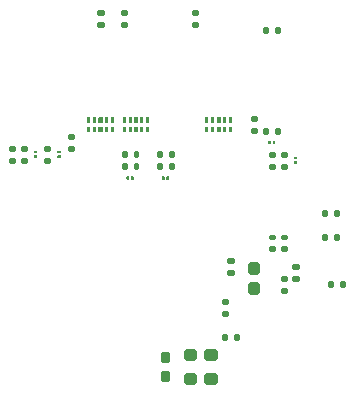
<source format=gbr>
G04 EAGLE Gerber RS-274X export*
G75*
%MOMM*%
%FSLAX34Y34*%
%LPD*%
%INSolderpaste Bottom*%
%IPPOS*%
%AMOC8*
5,1,8,0,0,1.08239X$1,22.5*%
G01*
%ADD10C,0.250000*%
%ADD11C,0.500000*%
%ADD12C,0.350000*%

G36*
X-18750Y256495D02*
X-18750Y256495D01*
X-18749Y256495D01*
X-18558Y256533D01*
X-18557Y256534D01*
X-18556Y256534D01*
X-18394Y256642D01*
X-18393Y256644D01*
X-18392Y256644D01*
X-18284Y256806D01*
X-18284Y256807D01*
X-18283Y256808D01*
X-18245Y256999D01*
X-18245Y257000D01*
X-18245Y261000D01*
X-18245Y261001D01*
X-18283Y261192D01*
X-18284Y261193D01*
X-18284Y261194D01*
X-18392Y261356D01*
X-18394Y261357D01*
X-18394Y261358D01*
X-18556Y261466D01*
X-18557Y261466D01*
X-18558Y261467D01*
X-18749Y261505D01*
X-18750Y261505D01*
X-21250Y261505D01*
X-21251Y261505D01*
X-21442Y261467D01*
X-21443Y261466D01*
X-21444Y261466D01*
X-21606Y261358D01*
X-21607Y261357D01*
X-21608Y261356D01*
X-21716Y261194D01*
X-21716Y261193D01*
X-21717Y261192D01*
X-21755Y261001D01*
X-21755Y261000D01*
X-21755Y257000D01*
X-21755Y256999D01*
X-21717Y256808D01*
X-21716Y256807D01*
X-21716Y256806D01*
X-21608Y256644D01*
X-21607Y256643D01*
X-21606Y256642D01*
X-21444Y256534D01*
X-21443Y256534D01*
X-21442Y256533D01*
X-21251Y256495D01*
X-21250Y256495D01*
X-18750Y256495D01*
X-18750Y256495D01*
G37*
G36*
X-48750Y256495D02*
X-48750Y256495D01*
X-48749Y256495D01*
X-48558Y256533D01*
X-48557Y256534D01*
X-48556Y256534D01*
X-48394Y256642D01*
X-48393Y256644D01*
X-48392Y256644D01*
X-48284Y256806D01*
X-48284Y256807D01*
X-48283Y256808D01*
X-48245Y256999D01*
X-48245Y257000D01*
X-48245Y261000D01*
X-48245Y261001D01*
X-48283Y261192D01*
X-48284Y261193D01*
X-48284Y261194D01*
X-48392Y261356D01*
X-48394Y261357D01*
X-48394Y261358D01*
X-48556Y261466D01*
X-48557Y261466D01*
X-48558Y261467D01*
X-48749Y261505D01*
X-48750Y261505D01*
X-51250Y261505D01*
X-51251Y261505D01*
X-51442Y261467D01*
X-51443Y261466D01*
X-51444Y261466D01*
X-51606Y261358D01*
X-51607Y261357D01*
X-51608Y261356D01*
X-51716Y261194D01*
X-51716Y261193D01*
X-51717Y261192D01*
X-51755Y261001D01*
X-51755Y261000D01*
X-51755Y257000D01*
X-51755Y256999D01*
X-51717Y256808D01*
X-51716Y256807D01*
X-51716Y256806D01*
X-51608Y256644D01*
X-51607Y256643D01*
X-51606Y256642D01*
X-51444Y256534D01*
X-51443Y256534D01*
X-51442Y256533D01*
X-51251Y256495D01*
X-51250Y256495D01*
X-48750Y256495D01*
X-48750Y256495D01*
G37*
G36*
X51251Y248495D02*
X51251Y248495D01*
X51442Y248533D01*
X51443Y248534D01*
X51444Y248534D01*
X51606Y248642D01*
X51607Y248644D01*
X51608Y248644D01*
X51716Y248806D01*
X51716Y248807D01*
X51717Y248808D01*
X51755Y248999D01*
X51755Y249000D01*
X51755Y253000D01*
X51755Y253001D01*
X51717Y253192D01*
X51716Y253193D01*
X51716Y253194D01*
X51608Y253356D01*
X51607Y253357D01*
X51606Y253358D01*
X51444Y253466D01*
X51443Y253466D01*
X51442Y253467D01*
X51251Y253505D01*
X51250Y253505D01*
X48750Y253505D01*
X48749Y253505D01*
X48558Y253467D01*
X48557Y253466D01*
X48556Y253466D01*
X48394Y253358D01*
X48393Y253357D01*
X48392Y253356D01*
X48284Y253194D01*
X48284Y253193D01*
X48283Y253192D01*
X48245Y253001D01*
X48245Y253000D01*
X48245Y249000D01*
X48245Y248999D01*
X48283Y248808D01*
X48284Y248807D01*
X48284Y248806D01*
X48392Y248644D01*
X48394Y248643D01*
X48394Y248642D01*
X48556Y248534D01*
X48557Y248534D01*
X48558Y248533D01*
X48749Y248495D01*
X48750Y248495D01*
X51250Y248495D01*
X51251Y248495D01*
G37*
G36*
X-18750Y248495D02*
X-18750Y248495D01*
X-18749Y248495D01*
X-18558Y248533D01*
X-18557Y248534D01*
X-18556Y248534D01*
X-18394Y248642D01*
X-18393Y248644D01*
X-18392Y248644D01*
X-18284Y248806D01*
X-18284Y248807D01*
X-18283Y248808D01*
X-18245Y248999D01*
X-18245Y249000D01*
X-18245Y253000D01*
X-18245Y253001D01*
X-18283Y253192D01*
X-18284Y253193D01*
X-18284Y253194D01*
X-18392Y253356D01*
X-18394Y253357D01*
X-18394Y253358D01*
X-18556Y253466D01*
X-18557Y253466D01*
X-18558Y253467D01*
X-18749Y253505D01*
X-18750Y253505D01*
X-21250Y253505D01*
X-21251Y253505D01*
X-21442Y253467D01*
X-21443Y253466D01*
X-21444Y253466D01*
X-21606Y253358D01*
X-21607Y253357D01*
X-21608Y253356D01*
X-21716Y253194D01*
X-21716Y253193D01*
X-21717Y253192D01*
X-21755Y253001D01*
X-21755Y253000D01*
X-21755Y249000D01*
X-21755Y248999D01*
X-21717Y248808D01*
X-21716Y248807D01*
X-21716Y248806D01*
X-21608Y248644D01*
X-21607Y248643D01*
X-21606Y248642D01*
X-21444Y248534D01*
X-21443Y248534D01*
X-21442Y248533D01*
X-21251Y248495D01*
X-21250Y248495D01*
X-18750Y248495D01*
X-18750Y248495D01*
G37*
G36*
X51251Y256495D02*
X51251Y256495D01*
X51442Y256533D01*
X51443Y256534D01*
X51444Y256534D01*
X51606Y256642D01*
X51607Y256644D01*
X51608Y256644D01*
X51716Y256806D01*
X51716Y256807D01*
X51717Y256808D01*
X51755Y256999D01*
X51755Y257000D01*
X51755Y261000D01*
X51755Y261001D01*
X51717Y261192D01*
X51716Y261193D01*
X51716Y261194D01*
X51608Y261356D01*
X51607Y261357D01*
X51606Y261358D01*
X51444Y261466D01*
X51443Y261466D01*
X51442Y261467D01*
X51251Y261505D01*
X51250Y261505D01*
X48750Y261505D01*
X48749Y261505D01*
X48558Y261467D01*
X48557Y261466D01*
X48556Y261466D01*
X48394Y261358D01*
X48393Y261357D01*
X48392Y261356D01*
X48284Y261194D01*
X48284Y261193D01*
X48283Y261192D01*
X48245Y261001D01*
X48245Y261000D01*
X48245Y257000D01*
X48245Y256999D01*
X48283Y256808D01*
X48284Y256807D01*
X48284Y256806D01*
X48392Y256644D01*
X48394Y256643D01*
X48394Y256642D01*
X48556Y256534D01*
X48557Y256534D01*
X48558Y256533D01*
X48749Y256495D01*
X48750Y256495D01*
X51250Y256495D01*
X51251Y256495D01*
G37*
G36*
X-48750Y248495D02*
X-48750Y248495D01*
X-48749Y248495D01*
X-48558Y248533D01*
X-48557Y248534D01*
X-48556Y248534D01*
X-48394Y248642D01*
X-48393Y248644D01*
X-48392Y248644D01*
X-48284Y248806D01*
X-48284Y248807D01*
X-48283Y248808D01*
X-48245Y248999D01*
X-48245Y249000D01*
X-48245Y253000D01*
X-48245Y253001D01*
X-48283Y253192D01*
X-48284Y253193D01*
X-48284Y253194D01*
X-48392Y253356D01*
X-48394Y253357D01*
X-48394Y253358D01*
X-48556Y253466D01*
X-48557Y253466D01*
X-48558Y253467D01*
X-48749Y253505D01*
X-48750Y253505D01*
X-51250Y253505D01*
X-51251Y253505D01*
X-51442Y253467D01*
X-51443Y253466D01*
X-51444Y253466D01*
X-51606Y253358D01*
X-51607Y253357D01*
X-51608Y253356D01*
X-51716Y253194D01*
X-51716Y253193D01*
X-51717Y253192D01*
X-51755Y253001D01*
X-51755Y253000D01*
X-51755Y249000D01*
X-51755Y248999D01*
X-51717Y248808D01*
X-51716Y248807D01*
X-51716Y248806D01*
X-51608Y248644D01*
X-51607Y248643D01*
X-51606Y248642D01*
X-51444Y248534D01*
X-51443Y248534D01*
X-51442Y248533D01*
X-51251Y248495D01*
X-51250Y248495D01*
X-48750Y248495D01*
X-48750Y248495D01*
G37*
G36*
X40751Y256495D02*
X40751Y256495D01*
X40942Y256533D01*
X40943Y256534D01*
X40944Y256534D01*
X41106Y256642D01*
X41107Y256644D01*
X41108Y256644D01*
X41216Y256806D01*
X41216Y256807D01*
X41217Y256808D01*
X41255Y256999D01*
X41255Y257000D01*
X41255Y261000D01*
X41255Y261001D01*
X41217Y261192D01*
X41216Y261193D01*
X41216Y261194D01*
X41108Y261356D01*
X41107Y261357D01*
X41106Y261358D01*
X40944Y261466D01*
X40943Y261466D01*
X40942Y261467D01*
X40751Y261505D01*
X40750Y261505D01*
X39250Y261505D01*
X39249Y261505D01*
X39058Y261467D01*
X39057Y261466D01*
X39056Y261466D01*
X38894Y261358D01*
X38893Y261357D01*
X38892Y261356D01*
X38784Y261194D01*
X38784Y261193D01*
X38783Y261192D01*
X38745Y261001D01*
X38745Y261000D01*
X38745Y257000D01*
X38745Y256999D01*
X38783Y256808D01*
X38784Y256807D01*
X38784Y256806D01*
X38892Y256644D01*
X38894Y256643D01*
X38894Y256642D01*
X39056Y256534D01*
X39057Y256534D01*
X39058Y256533D01*
X39249Y256495D01*
X39250Y256495D01*
X40750Y256495D01*
X40751Y256495D01*
G37*
G36*
X-54250Y256495D02*
X-54250Y256495D01*
X-54249Y256495D01*
X-54058Y256533D01*
X-54057Y256534D01*
X-54056Y256534D01*
X-53894Y256642D01*
X-53893Y256644D01*
X-53892Y256644D01*
X-53784Y256806D01*
X-53784Y256807D01*
X-53783Y256808D01*
X-53745Y256999D01*
X-53745Y257000D01*
X-53745Y261000D01*
X-53745Y261001D01*
X-53783Y261192D01*
X-53784Y261193D01*
X-53784Y261194D01*
X-53892Y261356D01*
X-53894Y261357D01*
X-53894Y261358D01*
X-54056Y261466D01*
X-54057Y261466D01*
X-54058Y261467D01*
X-54249Y261505D01*
X-54250Y261505D01*
X-55750Y261505D01*
X-55751Y261505D01*
X-55942Y261467D01*
X-55943Y261466D01*
X-55944Y261466D01*
X-56106Y261358D01*
X-56107Y261357D01*
X-56108Y261356D01*
X-56216Y261194D01*
X-56216Y261193D01*
X-56217Y261192D01*
X-56255Y261001D01*
X-56255Y261000D01*
X-56255Y257000D01*
X-56255Y256999D01*
X-56217Y256808D01*
X-56216Y256807D01*
X-56216Y256806D01*
X-56108Y256644D01*
X-56107Y256643D01*
X-56106Y256642D01*
X-55944Y256534D01*
X-55943Y256534D01*
X-55942Y256533D01*
X-55751Y256495D01*
X-55750Y256495D01*
X-54250Y256495D01*
X-54250Y256495D01*
G37*
G36*
X55751Y256495D02*
X55751Y256495D01*
X55942Y256533D01*
X55943Y256534D01*
X55944Y256534D01*
X56106Y256642D01*
X56107Y256644D01*
X56108Y256644D01*
X56216Y256806D01*
X56216Y256807D01*
X56217Y256808D01*
X56255Y256999D01*
X56255Y257000D01*
X56255Y261000D01*
X56255Y261001D01*
X56217Y261192D01*
X56216Y261193D01*
X56216Y261194D01*
X56108Y261356D01*
X56107Y261357D01*
X56106Y261358D01*
X55944Y261466D01*
X55943Y261466D01*
X55942Y261467D01*
X55751Y261505D01*
X55750Y261505D01*
X54250Y261505D01*
X54249Y261505D01*
X54058Y261467D01*
X54057Y261466D01*
X54056Y261466D01*
X53894Y261358D01*
X53893Y261357D01*
X53892Y261356D01*
X53784Y261194D01*
X53784Y261193D01*
X53783Y261192D01*
X53745Y261001D01*
X53745Y261000D01*
X53745Y257000D01*
X53745Y256999D01*
X53783Y256808D01*
X53784Y256807D01*
X53784Y256806D01*
X53892Y256644D01*
X53894Y256643D01*
X53894Y256642D01*
X54056Y256534D01*
X54057Y256534D01*
X54058Y256533D01*
X54249Y256495D01*
X54250Y256495D01*
X55750Y256495D01*
X55751Y256495D01*
G37*
G36*
X-59250Y256495D02*
X-59250Y256495D01*
X-59249Y256495D01*
X-59058Y256533D01*
X-59057Y256534D01*
X-59056Y256534D01*
X-58894Y256642D01*
X-58893Y256644D01*
X-58892Y256644D01*
X-58784Y256806D01*
X-58784Y256807D01*
X-58783Y256808D01*
X-58745Y256999D01*
X-58745Y257000D01*
X-58745Y261000D01*
X-58745Y261001D01*
X-58783Y261192D01*
X-58784Y261193D01*
X-58784Y261194D01*
X-58892Y261356D01*
X-58894Y261357D01*
X-58894Y261358D01*
X-59056Y261466D01*
X-59057Y261466D01*
X-59058Y261467D01*
X-59249Y261505D01*
X-59250Y261505D01*
X-60750Y261505D01*
X-60751Y261505D01*
X-60942Y261467D01*
X-60943Y261466D01*
X-60944Y261466D01*
X-61106Y261358D01*
X-61107Y261357D01*
X-61108Y261356D01*
X-61216Y261194D01*
X-61216Y261193D01*
X-61217Y261192D01*
X-61255Y261001D01*
X-61255Y261000D01*
X-61255Y257000D01*
X-61255Y256999D01*
X-61217Y256808D01*
X-61216Y256807D01*
X-61216Y256806D01*
X-61108Y256644D01*
X-61107Y256643D01*
X-61106Y256642D01*
X-60944Y256534D01*
X-60943Y256534D01*
X-60942Y256533D01*
X-60751Y256495D01*
X-60750Y256495D01*
X-59250Y256495D01*
X-59250Y256495D01*
G37*
G36*
X-24250Y256495D02*
X-24250Y256495D01*
X-24249Y256495D01*
X-24058Y256533D01*
X-24057Y256534D01*
X-24056Y256534D01*
X-23894Y256642D01*
X-23893Y256644D01*
X-23892Y256644D01*
X-23784Y256806D01*
X-23784Y256807D01*
X-23783Y256808D01*
X-23745Y256999D01*
X-23745Y257000D01*
X-23745Y261000D01*
X-23745Y261001D01*
X-23783Y261192D01*
X-23784Y261193D01*
X-23784Y261194D01*
X-23892Y261356D01*
X-23894Y261357D01*
X-23894Y261358D01*
X-24056Y261466D01*
X-24057Y261466D01*
X-24058Y261467D01*
X-24249Y261505D01*
X-24250Y261505D01*
X-25750Y261505D01*
X-25751Y261505D01*
X-25942Y261467D01*
X-25943Y261466D01*
X-25944Y261466D01*
X-26106Y261358D01*
X-26107Y261357D01*
X-26108Y261356D01*
X-26216Y261194D01*
X-26216Y261193D01*
X-26217Y261192D01*
X-26255Y261001D01*
X-26255Y261000D01*
X-26255Y257000D01*
X-26255Y256999D01*
X-26217Y256808D01*
X-26216Y256807D01*
X-26216Y256806D01*
X-26108Y256644D01*
X-26107Y256643D01*
X-26106Y256642D01*
X-25944Y256534D01*
X-25943Y256534D01*
X-25942Y256533D01*
X-25751Y256495D01*
X-25750Y256495D01*
X-24250Y256495D01*
X-24250Y256495D01*
G37*
G36*
X-9250Y256495D02*
X-9250Y256495D01*
X-9249Y256495D01*
X-9058Y256533D01*
X-9057Y256534D01*
X-9056Y256534D01*
X-8894Y256642D01*
X-8893Y256644D01*
X-8892Y256644D01*
X-8784Y256806D01*
X-8784Y256807D01*
X-8783Y256808D01*
X-8745Y256999D01*
X-8745Y257000D01*
X-8745Y261000D01*
X-8745Y261001D01*
X-8783Y261192D01*
X-8784Y261193D01*
X-8784Y261194D01*
X-8892Y261356D01*
X-8894Y261357D01*
X-8894Y261358D01*
X-9056Y261466D01*
X-9057Y261466D01*
X-9058Y261467D01*
X-9249Y261505D01*
X-9250Y261505D01*
X-10750Y261505D01*
X-10751Y261505D01*
X-10942Y261467D01*
X-10943Y261466D01*
X-10944Y261466D01*
X-11106Y261358D01*
X-11107Y261357D01*
X-11108Y261356D01*
X-11216Y261194D01*
X-11216Y261193D01*
X-11217Y261192D01*
X-11255Y261001D01*
X-11255Y261000D01*
X-11255Y257000D01*
X-11255Y256999D01*
X-11217Y256808D01*
X-11216Y256807D01*
X-11216Y256806D01*
X-11108Y256644D01*
X-11107Y256643D01*
X-11106Y256642D01*
X-10944Y256534D01*
X-10943Y256534D01*
X-10942Y256533D01*
X-10751Y256495D01*
X-10750Y256495D01*
X-9250Y256495D01*
X-9250Y256495D01*
G37*
G36*
X-14250Y256495D02*
X-14250Y256495D01*
X-14249Y256495D01*
X-14058Y256533D01*
X-14057Y256534D01*
X-14056Y256534D01*
X-13894Y256642D01*
X-13893Y256644D01*
X-13892Y256644D01*
X-13784Y256806D01*
X-13784Y256807D01*
X-13783Y256808D01*
X-13745Y256999D01*
X-13745Y257000D01*
X-13745Y261000D01*
X-13745Y261001D01*
X-13783Y261192D01*
X-13784Y261193D01*
X-13784Y261194D01*
X-13892Y261356D01*
X-13894Y261357D01*
X-13894Y261358D01*
X-14056Y261466D01*
X-14057Y261466D01*
X-14058Y261467D01*
X-14249Y261505D01*
X-14250Y261505D01*
X-15750Y261505D01*
X-15751Y261505D01*
X-15942Y261467D01*
X-15943Y261466D01*
X-15944Y261466D01*
X-16106Y261358D01*
X-16107Y261357D01*
X-16108Y261356D01*
X-16216Y261194D01*
X-16216Y261193D01*
X-16217Y261192D01*
X-16255Y261001D01*
X-16255Y261000D01*
X-16255Y257000D01*
X-16255Y256999D01*
X-16217Y256808D01*
X-16216Y256807D01*
X-16216Y256806D01*
X-16108Y256644D01*
X-16107Y256643D01*
X-16106Y256642D01*
X-15944Y256534D01*
X-15943Y256534D01*
X-15942Y256533D01*
X-15751Y256495D01*
X-15750Y256495D01*
X-14250Y256495D01*
X-14250Y256495D01*
G37*
G36*
X60751Y256495D02*
X60751Y256495D01*
X60942Y256533D01*
X60943Y256534D01*
X60944Y256534D01*
X61106Y256642D01*
X61107Y256644D01*
X61108Y256644D01*
X61216Y256806D01*
X61216Y256807D01*
X61217Y256808D01*
X61255Y256999D01*
X61255Y257000D01*
X61255Y261000D01*
X61255Y261001D01*
X61217Y261192D01*
X61216Y261193D01*
X61216Y261194D01*
X61108Y261356D01*
X61107Y261357D01*
X61106Y261358D01*
X60944Y261466D01*
X60943Y261466D01*
X60942Y261467D01*
X60751Y261505D01*
X60750Y261505D01*
X59250Y261505D01*
X59249Y261505D01*
X59058Y261467D01*
X59057Y261466D01*
X59056Y261466D01*
X58894Y261358D01*
X58893Y261357D01*
X58892Y261356D01*
X58784Y261194D01*
X58784Y261193D01*
X58783Y261192D01*
X58745Y261001D01*
X58745Y261000D01*
X58745Y257000D01*
X58745Y256999D01*
X58783Y256808D01*
X58784Y256807D01*
X58784Y256806D01*
X58892Y256644D01*
X58894Y256643D01*
X58894Y256642D01*
X59056Y256534D01*
X59057Y256534D01*
X59058Y256533D01*
X59249Y256495D01*
X59250Y256495D01*
X60750Y256495D01*
X60751Y256495D01*
G37*
G36*
X-44250Y256495D02*
X-44250Y256495D01*
X-44249Y256495D01*
X-44058Y256533D01*
X-44057Y256534D01*
X-44056Y256534D01*
X-43894Y256642D01*
X-43893Y256644D01*
X-43892Y256644D01*
X-43784Y256806D01*
X-43784Y256807D01*
X-43783Y256808D01*
X-43745Y256999D01*
X-43745Y257000D01*
X-43745Y261000D01*
X-43745Y261001D01*
X-43783Y261192D01*
X-43784Y261193D01*
X-43784Y261194D01*
X-43892Y261356D01*
X-43894Y261357D01*
X-43894Y261358D01*
X-44056Y261466D01*
X-44057Y261466D01*
X-44058Y261467D01*
X-44249Y261505D01*
X-44250Y261505D01*
X-45750Y261505D01*
X-45751Y261505D01*
X-45942Y261467D01*
X-45943Y261466D01*
X-45944Y261466D01*
X-46106Y261358D01*
X-46107Y261357D01*
X-46108Y261356D01*
X-46216Y261194D01*
X-46216Y261193D01*
X-46217Y261192D01*
X-46255Y261001D01*
X-46255Y261000D01*
X-46255Y257000D01*
X-46255Y256999D01*
X-46217Y256808D01*
X-46216Y256807D01*
X-46216Y256806D01*
X-46108Y256644D01*
X-46107Y256643D01*
X-46106Y256642D01*
X-45944Y256534D01*
X-45943Y256534D01*
X-45942Y256533D01*
X-45751Y256495D01*
X-45750Y256495D01*
X-44250Y256495D01*
X-44250Y256495D01*
G37*
G36*
X-39250Y256495D02*
X-39250Y256495D01*
X-39249Y256495D01*
X-39058Y256533D01*
X-39057Y256534D01*
X-39056Y256534D01*
X-38894Y256642D01*
X-38893Y256644D01*
X-38892Y256644D01*
X-38784Y256806D01*
X-38784Y256807D01*
X-38783Y256808D01*
X-38745Y256999D01*
X-38745Y257000D01*
X-38745Y261000D01*
X-38745Y261001D01*
X-38783Y261192D01*
X-38784Y261193D01*
X-38784Y261194D01*
X-38892Y261356D01*
X-38894Y261357D01*
X-38894Y261358D01*
X-39056Y261466D01*
X-39057Y261466D01*
X-39058Y261467D01*
X-39249Y261505D01*
X-39250Y261505D01*
X-40750Y261505D01*
X-40751Y261505D01*
X-40942Y261467D01*
X-40943Y261466D01*
X-40944Y261466D01*
X-41106Y261358D01*
X-41107Y261357D01*
X-41108Y261356D01*
X-41216Y261194D01*
X-41216Y261193D01*
X-41217Y261192D01*
X-41255Y261001D01*
X-41255Y261000D01*
X-41255Y257000D01*
X-41255Y256999D01*
X-41217Y256808D01*
X-41216Y256807D01*
X-41216Y256806D01*
X-41108Y256644D01*
X-41107Y256643D01*
X-41106Y256642D01*
X-40944Y256534D01*
X-40943Y256534D01*
X-40942Y256533D01*
X-40751Y256495D01*
X-40750Y256495D01*
X-39250Y256495D01*
X-39250Y256495D01*
G37*
G36*
X45751Y256495D02*
X45751Y256495D01*
X45942Y256533D01*
X45943Y256534D01*
X45944Y256534D01*
X46106Y256642D01*
X46107Y256644D01*
X46108Y256644D01*
X46216Y256806D01*
X46216Y256807D01*
X46217Y256808D01*
X46255Y256999D01*
X46255Y257000D01*
X46255Y261000D01*
X46255Y261001D01*
X46217Y261192D01*
X46216Y261193D01*
X46216Y261194D01*
X46108Y261356D01*
X46107Y261357D01*
X46106Y261358D01*
X45944Y261466D01*
X45943Y261466D01*
X45942Y261467D01*
X45751Y261505D01*
X45750Y261505D01*
X44250Y261505D01*
X44249Y261505D01*
X44058Y261467D01*
X44057Y261466D01*
X44056Y261466D01*
X43894Y261358D01*
X43893Y261357D01*
X43892Y261356D01*
X43784Y261194D01*
X43784Y261193D01*
X43783Y261192D01*
X43745Y261001D01*
X43745Y261000D01*
X43745Y257000D01*
X43745Y256999D01*
X43783Y256808D01*
X43784Y256807D01*
X43784Y256806D01*
X43892Y256644D01*
X43894Y256643D01*
X43894Y256642D01*
X44056Y256534D01*
X44057Y256534D01*
X44058Y256533D01*
X44249Y256495D01*
X44250Y256495D01*
X45750Y256495D01*
X45751Y256495D01*
G37*
G36*
X55751Y248495D02*
X55751Y248495D01*
X55942Y248533D01*
X55943Y248534D01*
X55944Y248534D01*
X56106Y248642D01*
X56107Y248644D01*
X56108Y248644D01*
X56216Y248806D01*
X56216Y248807D01*
X56217Y248808D01*
X56255Y248999D01*
X56255Y249000D01*
X56255Y253000D01*
X56255Y253001D01*
X56217Y253192D01*
X56216Y253193D01*
X56216Y253194D01*
X56108Y253356D01*
X56107Y253357D01*
X56106Y253358D01*
X55944Y253466D01*
X55943Y253466D01*
X55942Y253467D01*
X55751Y253505D01*
X55750Y253505D01*
X54250Y253505D01*
X54249Y253505D01*
X54058Y253467D01*
X54057Y253466D01*
X54056Y253466D01*
X53894Y253358D01*
X53893Y253357D01*
X53892Y253356D01*
X53784Y253194D01*
X53784Y253193D01*
X53783Y253192D01*
X53745Y253001D01*
X53745Y253000D01*
X53745Y249000D01*
X53745Y248999D01*
X53783Y248808D01*
X53784Y248807D01*
X53784Y248806D01*
X53892Y248644D01*
X53894Y248643D01*
X53894Y248642D01*
X54056Y248534D01*
X54057Y248534D01*
X54058Y248533D01*
X54249Y248495D01*
X54250Y248495D01*
X55750Y248495D01*
X55751Y248495D01*
G37*
G36*
X45751Y248495D02*
X45751Y248495D01*
X45942Y248533D01*
X45943Y248534D01*
X45944Y248534D01*
X46106Y248642D01*
X46107Y248644D01*
X46108Y248644D01*
X46216Y248806D01*
X46216Y248807D01*
X46217Y248808D01*
X46255Y248999D01*
X46255Y249000D01*
X46255Y253000D01*
X46255Y253001D01*
X46217Y253192D01*
X46216Y253193D01*
X46216Y253194D01*
X46108Y253356D01*
X46107Y253357D01*
X46106Y253358D01*
X45944Y253466D01*
X45943Y253466D01*
X45942Y253467D01*
X45751Y253505D01*
X45750Y253505D01*
X44250Y253505D01*
X44249Y253505D01*
X44058Y253467D01*
X44057Y253466D01*
X44056Y253466D01*
X43894Y253358D01*
X43893Y253357D01*
X43892Y253356D01*
X43784Y253194D01*
X43784Y253193D01*
X43783Y253192D01*
X43745Y253001D01*
X43745Y253000D01*
X43745Y249000D01*
X43745Y248999D01*
X43783Y248808D01*
X43784Y248807D01*
X43784Y248806D01*
X43892Y248644D01*
X43894Y248643D01*
X43894Y248642D01*
X44056Y248534D01*
X44057Y248534D01*
X44058Y248533D01*
X44249Y248495D01*
X44250Y248495D01*
X45750Y248495D01*
X45751Y248495D01*
G37*
G36*
X-39250Y248495D02*
X-39250Y248495D01*
X-39249Y248495D01*
X-39058Y248533D01*
X-39057Y248534D01*
X-39056Y248534D01*
X-38894Y248642D01*
X-38893Y248644D01*
X-38892Y248644D01*
X-38784Y248806D01*
X-38784Y248807D01*
X-38783Y248808D01*
X-38745Y248999D01*
X-38745Y249000D01*
X-38745Y253000D01*
X-38745Y253001D01*
X-38783Y253192D01*
X-38784Y253193D01*
X-38784Y253194D01*
X-38892Y253356D01*
X-38894Y253357D01*
X-38894Y253358D01*
X-39056Y253466D01*
X-39057Y253466D01*
X-39058Y253467D01*
X-39249Y253505D01*
X-39250Y253505D01*
X-40750Y253505D01*
X-40751Y253505D01*
X-40942Y253467D01*
X-40943Y253466D01*
X-40944Y253466D01*
X-41106Y253358D01*
X-41107Y253357D01*
X-41108Y253356D01*
X-41216Y253194D01*
X-41216Y253193D01*
X-41217Y253192D01*
X-41255Y253001D01*
X-41255Y253000D01*
X-41255Y249000D01*
X-41255Y248999D01*
X-41217Y248808D01*
X-41216Y248807D01*
X-41216Y248806D01*
X-41108Y248644D01*
X-41107Y248643D01*
X-41106Y248642D01*
X-40944Y248534D01*
X-40943Y248534D01*
X-40942Y248533D01*
X-40751Y248495D01*
X-40750Y248495D01*
X-39250Y248495D01*
X-39250Y248495D01*
G37*
G36*
X60751Y248495D02*
X60751Y248495D01*
X60942Y248533D01*
X60943Y248534D01*
X60944Y248534D01*
X61106Y248642D01*
X61107Y248644D01*
X61108Y248644D01*
X61216Y248806D01*
X61216Y248807D01*
X61217Y248808D01*
X61255Y248999D01*
X61255Y249000D01*
X61255Y253000D01*
X61255Y253001D01*
X61217Y253192D01*
X61216Y253193D01*
X61216Y253194D01*
X61108Y253356D01*
X61107Y253357D01*
X61106Y253358D01*
X60944Y253466D01*
X60943Y253466D01*
X60942Y253467D01*
X60751Y253505D01*
X60750Y253505D01*
X59250Y253505D01*
X59249Y253505D01*
X59058Y253467D01*
X59057Y253466D01*
X59056Y253466D01*
X58894Y253358D01*
X58893Y253357D01*
X58892Y253356D01*
X58784Y253194D01*
X58784Y253193D01*
X58783Y253192D01*
X58745Y253001D01*
X58745Y253000D01*
X58745Y249000D01*
X58745Y248999D01*
X58783Y248808D01*
X58784Y248807D01*
X58784Y248806D01*
X58892Y248644D01*
X58894Y248643D01*
X58894Y248642D01*
X59056Y248534D01*
X59057Y248534D01*
X59058Y248533D01*
X59249Y248495D01*
X59250Y248495D01*
X60750Y248495D01*
X60751Y248495D01*
G37*
G36*
X-14250Y248495D02*
X-14250Y248495D01*
X-14249Y248495D01*
X-14058Y248533D01*
X-14057Y248534D01*
X-14056Y248534D01*
X-13894Y248642D01*
X-13893Y248644D01*
X-13892Y248644D01*
X-13784Y248806D01*
X-13784Y248807D01*
X-13783Y248808D01*
X-13745Y248999D01*
X-13745Y249000D01*
X-13745Y253000D01*
X-13745Y253001D01*
X-13783Y253192D01*
X-13784Y253193D01*
X-13784Y253194D01*
X-13892Y253356D01*
X-13894Y253357D01*
X-13894Y253358D01*
X-14056Y253466D01*
X-14057Y253466D01*
X-14058Y253467D01*
X-14249Y253505D01*
X-14250Y253505D01*
X-15750Y253505D01*
X-15751Y253505D01*
X-15942Y253467D01*
X-15943Y253466D01*
X-15944Y253466D01*
X-16106Y253358D01*
X-16107Y253357D01*
X-16108Y253356D01*
X-16216Y253194D01*
X-16216Y253193D01*
X-16217Y253192D01*
X-16255Y253001D01*
X-16255Y253000D01*
X-16255Y249000D01*
X-16255Y248999D01*
X-16217Y248808D01*
X-16216Y248807D01*
X-16216Y248806D01*
X-16108Y248644D01*
X-16107Y248643D01*
X-16106Y248642D01*
X-15944Y248534D01*
X-15943Y248534D01*
X-15942Y248533D01*
X-15751Y248495D01*
X-15750Y248495D01*
X-14250Y248495D01*
X-14250Y248495D01*
G37*
G36*
X-59250Y248495D02*
X-59250Y248495D01*
X-59249Y248495D01*
X-59058Y248533D01*
X-59057Y248534D01*
X-59056Y248534D01*
X-58894Y248642D01*
X-58893Y248644D01*
X-58892Y248644D01*
X-58784Y248806D01*
X-58784Y248807D01*
X-58783Y248808D01*
X-58745Y248999D01*
X-58745Y249000D01*
X-58745Y253000D01*
X-58745Y253001D01*
X-58783Y253192D01*
X-58784Y253193D01*
X-58784Y253194D01*
X-58892Y253356D01*
X-58894Y253357D01*
X-58894Y253358D01*
X-59056Y253466D01*
X-59057Y253466D01*
X-59058Y253467D01*
X-59249Y253505D01*
X-59250Y253505D01*
X-60750Y253505D01*
X-60751Y253505D01*
X-60942Y253467D01*
X-60943Y253466D01*
X-60944Y253466D01*
X-61106Y253358D01*
X-61107Y253357D01*
X-61108Y253356D01*
X-61216Y253194D01*
X-61216Y253193D01*
X-61217Y253192D01*
X-61255Y253001D01*
X-61255Y253000D01*
X-61255Y249000D01*
X-61255Y248999D01*
X-61217Y248808D01*
X-61216Y248807D01*
X-61216Y248806D01*
X-61108Y248644D01*
X-61107Y248643D01*
X-61106Y248642D01*
X-60944Y248534D01*
X-60943Y248534D01*
X-60942Y248533D01*
X-60751Y248495D01*
X-60750Y248495D01*
X-59250Y248495D01*
X-59250Y248495D01*
G37*
G36*
X-24250Y248495D02*
X-24250Y248495D01*
X-24249Y248495D01*
X-24058Y248533D01*
X-24057Y248534D01*
X-24056Y248534D01*
X-23894Y248642D01*
X-23893Y248644D01*
X-23892Y248644D01*
X-23784Y248806D01*
X-23784Y248807D01*
X-23783Y248808D01*
X-23745Y248999D01*
X-23745Y249000D01*
X-23745Y253000D01*
X-23745Y253001D01*
X-23783Y253192D01*
X-23784Y253193D01*
X-23784Y253194D01*
X-23892Y253356D01*
X-23894Y253357D01*
X-23894Y253358D01*
X-24056Y253466D01*
X-24057Y253466D01*
X-24058Y253467D01*
X-24249Y253505D01*
X-24250Y253505D01*
X-25750Y253505D01*
X-25751Y253505D01*
X-25942Y253467D01*
X-25943Y253466D01*
X-25944Y253466D01*
X-26106Y253358D01*
X-26107Y253357D01*
X-26108Y253356D01*
X-26216Y253194D01*
X-26216Y253193D01*
X-26217Y253192D01*
X-26255Y253001D01*
X-26255Y253000D01*
X-26255Y249000D01*
X-26255Y248999D01*
X-26217Y248808D01*
X-26216Y248807D01*
X-26216Y248806D01*
X-26108Y248644D01*
X-26107Y248643D01*
X-26106Y248642D01*
X-25944Y248534D01*
X-25943Y248534D01*
X-25942Y248533D01*
X-25751Y248495D01*
X-25750Y248495D01*
X-24250Y248495D01*
X-24250Y248495D01*
G37*
G36*
X-44250Y248495D02*
X-44250Y248495D01*
X-44249Y248495D01*
X-44058Y248533D01*
X-44057Y248534D01*
X-44056Y248534D01*
X-43894Y248642D01*
X-43893Y248644D01*
X-43892Y248644D01*
X-43784Y248806D01*
X-43784Y248807D01*
X-43783Y248808D01*
X-43745Y248999D01*
X-43745Y249000D01*
X-43745Y253000D01*
X-43745Y253001D01*
X-43783Y253192D01*
X-43784Y253193D01*
X-43784Y253194D01*
X-43892Y253356D01*
X-43894Y253357D01*
X-43894Y253358D01*
X-44056Y253466D01*
X-44057Y253466D01*
X-44058Y253467D01*
X-44249Y253505D01*
X-44250Y253505D01*
X-45750Y253505D01*
X-45751Y253505D01*
X-45942Y253467D01*
X-45943Y253466D01*
X-45944Y253466D01*
X-46106Y253358D01*
X-46107Y253357D01*
X-46108Y253356D01*
X-46216Y253194D01*
X-46216Y253193D01*
X-46217Y253192D01*
X-46255Y253001D01*
X-46255Y253000D01*
X-46255Y249000D01*
X-46255Y248999D01*
X-46217Y248808D01*
X-46216Y248807D01*
X-46216Y248806D01*
X-46108Y248644D01*
X-46107Y248643D01*
X-46106Y248642D01*
X-45944Y248534D01*
X-45943Y248534D01*
X-45942Y248533D01*
X-45751Y248495D01*
X-45750Y248495D01*
X-44250Y248495D01*
X-44250Y248495D01*
G37*
G36*
X40751Y248495D02*
X40751Y248495D01*
X40942Y248533D01*
X40943Y248534D01*
X40944Y248534D01*
X41106Y248642D01*
X41107Y248644D01*
X41108Y248644D01*
X41216Y248806D01*
X41216Y248807D01*
X41217Y248808D01*
X41255Y248999D01*
X41255Y249000D01*
X41255Y253000D01*
X41255Y253001D01*
X41217Y253192D01*
X41216Y253193D01*
X41216Y253194D01*
X41108Y253356D01*
X41107Y253357D01*
X41106Y253358D01*
X40944Y253466D01*
X40943Y253466D01*
X40942Y253467D01*
X40751Y253505D01*
X40750Y253505D01*
X39250Y253505D01*
X39249Y253505D01*
X39058Y253467D01*
X39057Y253466D01*
X39056Y253466D01*
X38894Y253358D01*
X38893Y253357D01*
X38892Y253356D01*
X38784Y253194D01*
X38784Y253193D01*
X38783Y253192D01*
X38745Y253001D01*
X38745Y253000D01*
X38745Y249000D01*
X38745Y248999D01*
X38783Y248808D01*
X38784Y248807D01*
X38784Y248806D01*
X38892Y248644D01*
X38894Y248643D01*
X38894Y248642D01*
X39056Y248534D01*
X39057Y248534D01*
X39058Y248533D01*
X39249Y248495D01*
X39250Y248495D01*
X40750Y248495D01*
X40751Y248495D01*
G37*
G36*
X-9250Y248495D02*
X-9250Y248495D01*
X-9249Y248495D01*
X-9058Y248533D01*
X-9057Y248534D01*
X-9056Y248534D01*
X-8894Y248642D01*
X-8893Y248644D01*
X-8892Y248644D01*
X-8784Y248806D01*
X-8784Y248807D01*
X-8783Y248808D01*
X-8745Y248999D01*
X-8745Y249000D01*
X-8745Y253000D01*
X-8745Y253001D01*
X-8783Y253192D01*
X-8784Y253193D01*
X-8784Y253194D01*
X-8892Y253356D01*
X-8894Y253357D01*
X-8894Y253358D01*
X-9056Y253466D01*
X-9057Y253466D01*
X-9058Y253467D01*
X-9249Y253505D01*
X-9250Y253505D01*
X-10750Y253505D01*
X-10751Y253505D01*
X-10942Y253467D01*
X-10943Y253466D01*
X-10944Y253466D01*
X-11106Y253358D01*
X-11107Y253357D01*
X-11108Y253356D01*
X-11216Y253194D01*
X-11216Y253193D01*
X-11217Y253192D01*
X-11255Y253001D01*
X-11255Y253000D01*
X-11255Y249000D01*
X-11255Y248999D01*
X-11217Y248808D01*
X-11216Y248807D01*
X-11216Y248806D01*
X-11108Y248644D01*
X-11107Y248643D01*
X-11106Y248642D01*
X-10944Y248534D01*
X-10943Y248534D01*
X-10942Y248533D01*
X-10751Y248495D01*
X-10750Y248495D01*
X-9250Y248495D01*
X-9250Y248495D01*
G37*
G36*
X-54250Y248495D02*
X-54250Y248495D01*
X-54249Y248495D01*
X-54058Y248533D01*
X-54057Y248534D01*
X-54056Y248534D01*
X-53894Y248642D01*
X-53893Y248644D01*
X-53892Y248644D01*
X-53784Y248806D01*
X-53784Y248807D01*
X-53783Y248808D01*
X-53745Y248999D01*
X-53745Y249000D01*
X-53745Y253000D01*
X-53745Y253001D01*
X-53783Y253192D01*
X-53784Y253193D01*
X-53784Y253194D01*
X-53892Y253356D01*
X-53894Y253357D01*
X-53894Y253358D01*
X-54056Y253466D01*
X-54057Y253466D01*
X-54058Y253467D01*
X-54249Y253505D01*
X-54250Y253505D01*
X-55750Y253505D01*
X-55751Y253505D01*
X-55942Y253467D01*
X-55943Y253466D01*
X-55944Y253466D01*
X-56106Y253358D01*
X-56107Y253357D01*
X-56108Y253356D01*
X-56216Y253194D01*
X-56216Y253193D01*
X-56217Y253192D01*
X-56255Y253001D01*
X-56255Y253000D01*
X-56255Y249000D01*
X-56255Y248999D01*
X-56217Y248808D01*
X-56216Y248807D01*
X-56216Y248806D01*
X-56108Y248644D01*
X-56107Y248643D01*
X-56106Y248642D01*
X-55944Y248534D01*
X-55943Y248534D01*
X-55942Y248533D01*
X-55751Y248495D01*
X-55750Y248495D01*
X-54250Y248495D01*
X-54250Y248495D01*
G37*
G36*
X-29250Y248495D02*
X-29250Y248495D01*
X-29249Y248495D01*
X-29058Y248533D01*
X-29057Y248534D01*
X-29056Y248534D01*
X-28894Y248642D01*
X-28893Y248644D01*
X-28892Y248644D01*
X-28784Y248806D01*
X-28784Y248807D01*
X-28783Y248808D01*
X-28745Y248999D01*
X-28745Y249000D01*
X-28745Y253000D01*
X-28745Y253001D01*
X-28783Y253192D01*
X-28784Y253193D01*
X-28784Y253194D01*
X-28892Y253356D01*
X-28894Y253357D01*
X-28894Y253358D01*
X-29056Y253466D01*
X-29057Y253466D01*
X-29058Y253467D01*
X-29249Y253505D01*
X-29250Y253505D01*
X-30750Y253505D01*
X-30751Y253505D01*
X-30942Y253467D01*
X-30943Y253466D01*
X-30944Y253466D01*
X-31106Y253358D01*
X-31107Y253357D01*
X-31108Y253356D01*
X-31216Y253194D01*
X-31216Y253193D01*
X-31217Y253192D01*
X-31255Y253001D01*
X-31255Y253000D01*
X-31255Y249000D01*
X-31255Y248999D01*
X-31217Y248808D01*
X-31216Y248807D01*
X-31216Y248806D01*
X-31108Y248644D01*
X-31107Y248643D01*
X-31106Y248642D01*
X-30944Y248534D01*
X-30943Y248534D01*
X-30942Y248533D01*
X-30751Y248495D01*
X-30750Y248495D01*
X-29250Y248495D01*
X-29250Y248495D01*
G37*
G36*
X-29250Y256495D02*
X-29250Y256495D01*
X-29249Y256495D01*
X-29058Y256533D01*
X-29057Y256534D01*
X-29056Y256534D01*
X-28894Y256642D01*
X-28893Y256644D01*
X-28892Y256644D01*
X-28784Y256806D01*
X-28784Y256807D01*
X-28783Y256808D01*
X-28745Y256999D01*
X-28745Y257000D01*
X-28745Y261000D01*
X-28745Y261001D01*
X-28783Y261192D01*
X-28784Y261193D01*
X-28784Y261194D01*
X-28892Y261356D01*
X-28894Y261357D01*
X-28894Y261358D01*
X-29056Y261466D01*
X-29057Y261466D01*
X-29058Y261467D01*
X-29249Y261505D01*
X-29250Y261505D01*
X-30750Y261505D01*
X-30751Y261505D01*
X-30942Y261467D01*
X-30943Y261466D01*
X-30944Y261466D01*
X-31106Y261358D01*
X-31107Y261357D01*
X-31108Y261356D01*
X-31216Y261194D01*
X-31216Y261193D01*
X-31217Y261192D01*
X-31255Y261001D01*
X-31255Y261000D01*
X-31255Y257000D01*
X-31255Y256999D01*
X-31217Y256808D01*
X-31216Y256807D01*
X-31216Y256806D01*
X-31108Y256644D01*
X-31107Y256643D01*
X-31106Y256642D01*
X-30944Y256534D01*
X-30943Y256534D01*
X-30942Y256533D01*
X-30751Y256495D01*
X-30750Y256495D01*
X-29250Y256495D01*
X-29250Y256495D01*
G37*
G36*
X-104000Y230745D02*
X-104000Y230745D01*
X-103999Y230745D01*
X-103808Y230783D01*
X-103807Y230784D01*
X-103806Y230784D01*
X-103644Y230892D01*
X-103643Y230894D01*
X-103642Y230894D01*
X-103534Y231056D01*
X-103534Y231057D01*
X-103533Y231058D01*
X-103495Y231249D01*
X-103495Y231250D01*
X-103495Y232500D01*
X-103495Y232501D01*
X-103525Y232704D01*
X-103526Y232704D01*
X-103526Y232705D01*
X-103632Y232881D01*
X-103633Y232882D01*
X-103633Y232883D01*
X-103798Y233004D01*
X-103799Y233004D01*
X-103800Y233005D01*
X-103999Y233055D01*
X-104000Y233054D01*
X-104000Y233055D01*
X-106000Y233055D01*
X-106001Y233054D01*
X-106001Y233055D01*
X-106200Y233005D01*
X-106201Y233004D01*
X-106202Y233004D01*
X-106367Y232883D01*
X-106367Y232881D01*
X-106368Y232881D01*
X-106474Y232705D01*
X-106474Y232704D01*
X-106475Y232704D01*
X-106505Y232501D01*
X-106505Y232500D01*
X-106505Y231250D01*
X-106505Y231249D01*
X-106467Y231058D01*
X-106466Y231057D01*
X-106466Y231056D01*
X-106358Y230894D01*
X-106357Y230893D01*
X-106356Y230892D01*
X-106194Y230784D01*
X-106193Y230784D01*
X-106192Y230783D01*
X-106001Y230745D01*
X-106000Y230745D01*
X-104000Y230745D01*
X-104000Y230745D01*
G37*
G36*
X-84000Y230745D02*
X-84000Y230745D01*
X-83999Y230745D01*
X-83808Y230783D01*
X-83807Y230784D01*
X-83806Y230784D01*
X-83644Y230892D01*
X-83643Y230894D01*
X-83642Y230894D01*
X-83534Y231056D01*
X-83534Y231057D01*
X-83533Y231058D01*
X-83495Y231249D01*
X-83495Y231250D01*
X-83495Y232500D01*
X-83495Y232501D01*
X-83525Y232704D01*
X-83526Y232704D01*
X-83526Y232705D01*
X-83632Y232881D01*
X-83633Y232882D01*
X-83633Y232883D01*
X-83798Y233004D01*
X-83799Y233004D01*
X-83800Y233005D01*
X-83999Y233055D01*
X-84000Y233054D01*
X-84000Y233055D01*
X-86000Y233055D01*
X-86001Y233054D01*
X-86001Y233055D01*
X-86200Y233005D01*
X-86201Y233004D01*
X-86202Y233004D01*
X-86367Y232883D01*
X-86367Y232881D01*
X-86368Y232881D01*
X-86474Y232705D01*
X-86474Y232704D01*
X-86475Y232704D01*
X-86505Y232501D01*
X-86505Y232500D01*
X-86505Y231250D01*
X-86505Y231249D01*
X-86467Y231058D01*
X-86466Y231057D01*
X-86466Y231056D01*
X-86358Y230894D01*
X-86357Y230893D01*
X-86356Y230892D01*
X-86194Y230784D01*
X-86193Y230784D01*
X-86192Y230783D01*
X-86001Y230745D01*
X-86000Y230745D01*
X-84000Y230745D01*
X-84000Y230745D01*
G37*
G36*
X-104000Y226945D02*
X-104000Y226945D01*
X-103999Y226945D01*
X-103808Y226983D01*
X-103807Y226984D01*
X-103806Y226984D01*
X-103644Y227092D01*
X-103643Y227094D01*
X-103642Y227094D01*
X-103534Y227256D01*
X-103534Y227257D01*
X-103533Y227258D01*
X-103495Y227449D01*
X-103495Y227450D01*
X-103495Y228700D01*
X-103495Y228701D01*
X-103525Y228904D01*
X-103526Y228904D01*
X-103526Y228905D01*
X-103632Y229081D01*
X-103633Y229082D01*
X-103633Y229083D01*
X-103798Y229204D01*
X-103799Y229204D01*
X-103800Y229205D01*
X-103999Y229255D01*
X-104000Y229254D01*
X-104000Y229255D01*
X-106000Y229255D01*
X-106001Y229254D01*
X-106001Y229255D01*
X-106200Y229205D01*
X-106201Y229204D01*
X-106202Y229204D01*
X-106367Y229083D01*
X-106367Y229081D01*
X-106368Y229081D01*
X-106474Y228905D01*
X-106474Y228904D01*
X-106475Y228904D01*
X-106505Y228701D01*
X-106505Y228700D01*
X-106505Y227450D01*
X-106505Y227449D01*
X-106467Y227258D01*
X-106466Y227257D01*
X-106466Y227256D01*
X-106358Y227094D01*
X-106357Y227093D01*
X-106356Y227092D01*
X-106194Y226984D01*
X-106193Y226984D01*
X-106192Y226983D01*
X-106001Y226945D01*
X-106000Y226945D01*
X-104000Y226945D01*
X-104000Y226945D01*
G37*
G36*
X-84000Y226945D02*
X-84000Y226945D01*
X-83999Y226945D01*
X-83808Y226983D01*
X-83807Y226984D01*
X-83806Y226984D01*
X-83644Y227092D01*
X-83643Y227094D01*
X-83642Y227094D01*
X-83534Y227256D01*
X-83534Y227257D01*
X-83533Y227258D01*
X-83495Y227449D01*
X-83495Y227450D01*
X-83495Y228700D01*
X-83495Y228701D01*
X-83525Y228904D01*
X-83526Y228904D01*
X-83526Y228905D01*
X-83632Y229081D01*
X-83633Y229082D01*
X-83633Y229083D01*
X-83798Y229204D01*
X-83799Y229204D01*
X-83800Y229205D01*
X-83999Y229255D01*
X-84000Y229254D01*
X-84000Y229255D01*
X-86000Y229255D01*
X-86001Y229254D01*
X-86001Y229255D01*
X-86200Y229205D01*
X-86201Y229204D01*
X-86202Y229204D01*
X-86367Y229083D01*
X-86367Y229081D01*
X-86368Y229081D01*
X-86474Y228905D01*
X-86474Y228904D01*
X-86475Y228904D01*
X-86505Y228701D01*
X-86505Y228700D01*
X-86505Y227450D01*
X-86505Y227449D01*
X-86467Y227258D01*
X-86466Y227257D01*
X-86466Y227256D01*
X-86358Y227094D01*
X-86357Y227093D01*
X-86356Y227092D01*
X-86194Y226984D01*
X-86193Y226984D01*
X-86192Y226983D01*
X-86001Y226945D01*
X-86000Y226945D01*
X-84000Y226945D01*
X-84000Y226945D01*
G37*
G36*
X116001Y225745D02*
X116001Y225745D01*
X116192Y225783D01*
X116193Y225784D01*
X116194Y225784D01*
X116356Y225892D01*
X116357Y225894D01*
X116358Y225894D01*
X116466Y226056D01*
X116466Y226057D01*
X116467Y226058D01*
X116505Y226249D01*
X116505Y226250D01*
X116505Y227500D01*
X116505Y227501D01*
X116475Y227704D01*
X116474Y227704D01*
X116474Y227705D01*
X116368Y227881D01*
X116367Y227882D01*
X116367Y227883D01*
X116202Y228004D01*
X116201Y228004D01*
X116200Y228005D01*
X116001Y228055D01*
X116000Y228054D01*
X116000Y228055D01*
X114000Y228055D01*
X113999Y228054D01*
X113999Y228055D01*
X113800Y228005D01*
X113799Y228004D01*
X113798Y228004D01*
X113633Y227883D01*
X113633Y227881D01*
X113632Y227881D01*
X113526Y227705D01*
X113526Y227704D01*
X113525Y227704D01*
X113495Y227501D01*
X113495Y227500D01*
X113495Y226250D01*
X113495Y226249D01*
X113533Y226058D01*
X113534Y226057D01*
X113534Y226056D01*
X113642Y225894D01*
X113644Y225893D01*
X113644Y225892D01*
X113806Y225784D01*
X113807Y225784D01*
X113808Y225783D01*
X113999Y225745D01*
X114000Y225745D01*
X116000Y225745D01*
X116001Y225745D01*
G37*
G36*
X116001Y221945D02*
X116001Y221945D01*
X116192Y221983D01*
X116193Y221984D01*
X116194Y221984D01*
X116356Y222092D01*
X116357Y222094D01*
X116358Y222094D01*
X116466Y222256D01*
X116466Y222257D01*
X116467Y222258D01*
X116505Y222449D01*
X116505Y222450D01*
X116505Y223700D01*
X116505Y223701D01*
X116475Y223904D01*
X116474Y223904D01*
X116474Y223905D01*
X116368Y224081D01*
X116367Y224082D01*
X116367Y224083D01*
X116202Y224204D01*
X116201Y224204D01*
X116200Y224205D01*
X116001Y224255D01*
X116000Y224254D01*
X116000Y224255D01*
X114000Y224255D01*
X113999Y224254D01*
X113999Y224255D01*
X113800Y224205D01*
X113799Y224204D01*
X113798Y224204D01*
X113633Y224083D01*
X113633Y224081D01*
X113632Y224081D01*
X113526Y223905D01*
X113526Y223904D01*
X113525Y223904D01*
X113495Y223701D01*
X113495Y223700D01*
X113495Y222450D01*
X113495Y222449D01*
X113533Y222258D01*
X113534Y222257D01*
X113534Y222256D01*
X113642Y222094D01*
X113644Y222093D01*
X113644Y222092D01*
X113806Y221984D01*
X113807Y221984D01*
X113808Y221983D01*
X113999Y221945D01*
X114000Y221945D01*
X116000Y221945D01*
X116001Y221945D01*
G37*
G36*
X97551Y238495D02*
X97551Y238495D01*
X97742Y238533D01*
X97743Y238534D01*
X97744Y238534D01*
X97906Y238642D01*
X97907Y238644D01*
X97908Y238644D01*
X98016Y238806D01*
X98016Y238807D01*
X98017Y238808D01*
X98055Y238999D01*
X98055Y239000D01*
X98055Y241000D01*
X98055Y241001D01*
X98017Y241192D01*
X98016Y241193D01*
X98016Y241194D01*
X97908Y241356D01*
X97907Y241357D01*
X97906Y241358D01*
X97744Y241466D01*
X97743Y241466D01*
X97742Y241467D01*
X97551Y241505D01*
X97550Y241505D01*
X96300Y241505D01*
X96299Y241505D01*
X96096Y241475D01*
X96096Y241474D01*
X96095Y241474D01*
X95919Y241368D01*
X95919Y241367D01*
X95917Y241367D01*
X95796Y241202D01*
X95796Y241201D01*
X95795Y241200D01*
X95745Y241001D01*
X95746Y241000D01*
X95745Y241000D01*
X95745Y239000D01*
X95746Y238999D01*
X95745Y238999D01*
X95795Y238800D01*
X95796Y238799D01*
X95796Y238798D01*
X95917Y238633D01*
X95919Y238633D01*
X95919Y238632D01*
X96095Y238526D01*
X96096Y238526D01*
X96096Y238525D01*
X96299Y238495D01*
X96300Y238495D01*
X97550Y238495D01*
X97551Y238495D01*
G37*
G36*
X93751Y238495D02*
X93751Y238495D01*
X93942Y238533D01*
X93943Y238534D01*
X93944Y238534D01*
X94106Y238642D01*
X94107Y238644D01*
X94108Y238644D01*
X94216Y238806D01*
X94216Y238807D01*
X94217Y238808D01*
X94255Y238999D01*
X94255Y239000D01*
X94255Y241000D01*
X94255Y241001D01*
X94217Y241192D01*
X94216Y241193D01*
X94216Y241194D01*
X94108Y241356D01*
X94107Y241357D01*
X94106Y241358D01*
X93944Y241466D01*
X93943Y241466D01*
X93942Y241467D01*
X93751Y241505D01*
X93750Y241505D01*
X92500Y241505D01*
X92499Y241505D01*
X92296Y241475D01*
X92296Y241474D01*
X92295Y241474D01*
X92119Y241368D01*
X92119Y241367D01*
X92117Y241367D01*
X91996Y241202D01*
X91996Y241201D01*
X91995Y241200D01*
X91945Y241001D01*
X91946Y241000D01*
X91945Y241000D01*
X91945Y239000D01*
X91946Y238999D01*
X91945Y238999D01*
X91995Y238800D01*
X91996Y238799D01*
X91996Y238798D01*
X92117Y238633D01*
X92119Y238633D01*
X92119Y238632D01*
X92295Y238526D01*
X92296Y238526D01*
X92296Y238525D01*
X92499Y238495D01*
X92500Y238495D01*
X93750Y238495D01*
X93751Y238495D01*
G37*
G36*
X7500Y208495D02*
X7500Y208495D01*
X7501Y208495D01*
X7704Y208525D01*
X7704Y208526D01*
X7705Y208526D01*
X7881Y208632D01*
X7882Y208633D01*
X7883Y208633D01*
X8004Y208798D01*
X8004Y208799D01*
X8005Y208800D01*
X8055Y208999D01*
X8054Y209000D01*
X8055Y209000D01*
X8055Y211000D01*
X8054Y211001D01*
X8055Y211001D01*
X8005Y211200D01*
X8004Y211201D01*
X8004Y211202D01*
X7883Y211367D01*
X7881Y211367D01*
X7881Y211368D01*
X7705Y211474D01*
X7704Y211474D01*
X7704Y211475D01*
X7501Y211505D01*
X7500Y211505D01*
X6250Y211505D01*
X6249Y211505D01*
X6058Y211467D01*
X6057Y211466D01*
X6056Y211466D01*
X5894Y211358D01*
X5893Y211357D01*
X5892Y211356D01*
X5784Y211194D01*
X5784Y211193D01*
X5783Y211192D01*
X5745Y211001D01*
X5745Y211000D01*
X5745Y209000D01*
X5745Y208999D01*
X5783Y208808D01*
X5784Y208807D01*
X5784Y208806D01*
X5892Y208644D01*
X5894Y208643D01*
X5894Y208642D01*
X6056Y208534D01*
X6057Y208534D01*
X6058Y208533D01*
X6249Y208495D01*
X6250Y208495D01*
X7500Y208495D01*
X7500Y208495D01*
G37*
G36*
X3700Y208495D02*
X3700Y208495D01*
X3701Y208495D01*
X3904Y208525D01*
X3904Y208526D01*
X3905Y208526D01*
X4081Y208632D01*
X4082Y208633D01*
X4083Y208633D01*
X4204Y208798D01*
X4204Y208799D01*
X4205Y208800D01*
X4255Y208999D01*
X4254Y209000D01*
X4255Y209000D01*
X4255Y211000D01*
X4254Y211001D01*
X4255Y211001D01*
X4205Y211200D01*
X4204Y211201D01*
X4204Y211202D01*
X4083Y211367D01*
X4081Y211367D01*
X4081Y211368D01*
X3905Y211474D01*
X3904Y211474D01*
X3904Y211475D01*
X3701Y211505D01*
X3700Y211505D01*
X2450Y211505D01*
X2449Y211505D01*
X2258Y211467D01*
X2257Y211466D01*
X2256Y211466D01*
X2094Y211358D01*
X2093Y211357D01*
X2092Y211356D01*
X1984Y211194D01*
X1984Y211193D01*
X1983Y211192D01*
X1945Y211001D01*
X1945Y211000D01*
X1945Y209000D01*
X1945Y208999D01*
X1983Y208808D01*
X1984Y208807D01*
X1984Y208806D01*
X2092Y208644D01*
X2094Y208643D01*
X2094Y208642D01*
X2256Y208534D01*
X2257Y208534D01*
X2258Y208533D01*
X2449Y208495D01*
X2450Y208495D01*
X3700Y208495D01*
X3700Y208495D01*
G37*
G36*
X-26300Y208495D02*
X-26300Y208495D01*
X-26299Y208495D01*
X-26096Y208525D01*
X-26096Y208526D01*
X-26095Y208526D01*
X-25919Y208632D01*
X-25919Y208633D01*
X-25917Y208633D01*
X-25796Y208798D01*
X-25796Y208799D01*
X-25795Y208800D01*
X-25745Y208999D01*
X-25746Y209000D01*
X-25745Y209000D01*
X-25745Y211000D01*
X-25746Y211001D01*
X-25745Y211001D01*
X-25795Y211200D01*
X-25796Y211201D01*
X-25796Y211202D01*
X-25917Y211367D01*
X-25919Y211367D01*
X-25919Y211368D01*
X-26095Y211474D01*
X-26096Y211474D01*
X-26096Y211475D01*
X-26299Y211505D01*
X-26300Y211505D01*
X-27550Y211505D01*
X-27551Y211505D01*
X-27742Y211467D01*
X-27743Y211466D01*
X-27744Y211466D01*
X-27906Y211358D01*
X-27907Y211357D01*
X-27908Y211356D01*
X-28016Y211194D01*
X-28016Y211193D01*
X-28017Y211192D01*
X-28055Y211001D01*
X-28055Y211000D01*
X-28055Y209000D01*
X-28055Y208999D01*
X-28017Y208808D01*
X-28016Y208807D01*
X-28016Y208806D01*
X-27908Y208644D01*
X-27907Y208643D01*
X-27906Y208642D01*
X-27744Y208534D01*
X-27743Y208534D01*
X-27742Y208533D01*
X-27551Y208495D01*
X-27550Y208495D01*
X-26300Y208495D01*
X-26300Y208495D01*
G37*
G36*
X-22500Y208495D02*
X-22500Y208495D01*
X-22499Y208495D01*
X-22296Y208525D01*
X-22296Y208526D01*
X-22295Y208526D01*
X-22119Y208632D01*
X-22119Y208633D01*
X-22117Y208633D01*
X-21996Y208798D01*
X-21996Y208799D01*
X-21995Y208800D01*
X-21945Y208999D01*
X-21946Y209000D01*
X-21945Y209000D01*
X-21945Y211000D01*
X-21946Y211001D01*
X-21945Y211001D01*
X-21995Y211200D01*
X-21996Y211201D01*
X-21996Y211202D01*
X-22117Y211367D01*
X-22119Y211367D01*
X-22119Y211368D01*
X-22295Y211474D01*
X-22296Y211474D01*
X-22296Y211475D01*
X-22499Y211505D01*
X-22500Y211505D01*
X-23750Y211505D01*
X-23751Y211505D01*
X-23942Y211467D01*
X-23943Y211466D01*
X-23944Y211466D01*
X-24106Y211358D01*
X-24107Y211357D01*
X-24108Y211356D01*
X-24216Y211194D01*
X-24216Y211193D01*
X-24217Y211192D01*
X-24255Y211001D01*
X-24255Y211000D01*
X-24255Y209000D01*
X-24255Y208999D01*
X-24217Y208808D01*
X-24216Y208807D01*
X-24216Y208806D01*
X-24108Y208644D01*
X-24107Y208643D01*
X-24106Y208642D01*
X-23944Y208534D01*
X-23943Y208534D01*
X-23942Y208533D01*
X-23751Y208495D01*
X-23750Y208495D01*
X-22500Y208495D01*
X-22500Y208495D01*
G37*
D10*
X91250Y333250D02*
X88750Y333250D01*
X88750Y336750D01*
X91250Y336750D01*
X91250Y333250D01*
X91250Y335625D02*
X88750Y335625D01*
X98750Y333250D02*
X101250Y333250D01*
X98750Y333250D02*
X98750Y336750D01*
X101250Y336750D01*
X101250Y333250D01*
X101250Y335625D02*
X98750Y335625D01*
D11*
X29500Y57500D02*
X23500Y57500D01*
X23500Y62500D01*
X29500Y62500D01*
X29500Y57500D01*
X29500Y62250D02*
X23500Y62250D01*
X40500Y57500D02*
X46500Y57500D01*
X40500Y57500D02*
X40500Y62500D01*
X46500Y62500D01*
X46500Y57500D01*
X46500Y62250D02*
X40500Y62250D01*
X29500Y37500D02*
X23500Y37500D01*
X23500Y42500D01*
X29500Y42500D01*
X29500Y37500D01*
X29500Y42250D02*
X23500Y42250D01*
X40500Y37500D02*
X46500Y37500D01*
X40500Y37500D02*
X40500Y42500D01*
X46500Y42500D01*
X46500Y37500D01*
X46500Y42250D02*
X40500Y42250D01*
D10*
X148750Y161750D02*
X151250Y161750D01*
X151250Y158250D01*
X148750Y158250D01*
X148750Y161750D01*
X148750Y160625D02*
X151250Y160625D01*
X141250Y161750D02*
X138750Y161750D01*
X141250Y161750D02*
X141250Y158250D01*
X138750Y158250D01*
X138750Y161750D01*
X138750Y160625D02*
X141250Y160625D01*
X143750Y118250D02*
X146250Y118250D01*
X143750Y118250D02*
X143750Y121750D01*
X146250Y121750D01*
X146250Y118250D01*
X146250Y120625D02*
X143750Y120625D01*
X153750Y118250D02*
X156250Y118250D01*
X153750Y118250D02*
X153750Y121750D01*
X156250Y121750D01*
X156250Y118250D01*
X156250Y120625D02*
X153750Y120625D01*
D11*
X77500Y130500D02*
X77500Y136500D01*
X82500Y136500D01*
X82500Y130500D01*
X77500Y130500D01*
X77500Y135250D02*
X82500Y135250D01*
X77500Y119500D02*
X77500Y113500D01*
X77500Y119500D02*
X82500Y119500D01*
X82500Y113500D01*
X77500Y113500D01*
X77500Y118250D02*
X82500Y118250D01*
D10*
X58250Y138750D02*
X58250Y141250D01*
X61750Y141250D01*
X61750Y138750D01*
X58250Y138750D01*
X58250Y141125D02*
X61750Y141125D01*
X58250Y131250D02*
X58250Y128750D01*
X58250Y131250D02*
X61750Y131250D01*
X61750Y128750D01*
X58250Y128750D01*
X58250Y131125D02*
X61750Y131125D01*
X106750Y116250D02*
X106750Y113750D01*
X103250Y113750D01*
X103250Y116250D01*
X106750Y116250D01*
X106750Y116125D02*
X103250Y116125D01*
X106750Y123750D02*
X106750Y126250D01*
X106750Y123750D02*
X103250Y123750D01*
X103250Y126250D01*
X106750Y126250D01*
X106750Y126125D02*
X103250Y126125D01*
X93250Y158750D02*
X93250Y161250D01*
X96750Y161250D01*
X96750Y158750D01*
X93250Y158750D01*
X93250Y161125D02*
X96750Y161125D01*
X93250Y151250D02*
X93250Y148750D01*
X93250Y151250D02*
X96750Y151250D01*
X96750Y148750D01*
X93250Y148750D01*
X93250Y151125D02*
X96750Y151125D01*
X103250Y158750D02*
X103250Y161250D01*
X106750Y161250D01*
X106750Y158750D01*
X103250Y158750D01*
X103250Y161125D02*
X106750Y161125D01*
X103250Y151250D02*
X103250Y148750D01*
X103250Y151250D02*
X106750Y151250D01*
X106750Y148750D01*
X103250Y148750D01*
X103250Y151125D02*
X106750Y151125D01*
X113250Y136250D02*
X113250Y133750D01*
X113250Y136250D02*
X116750Y136250D01*
X116750Y133750D01*
X113250Y133750D01*
X113250Y136125D02*
X116750Y136125D01*
X113250Y126250D02*
X113250Y123750D01*
X113250Y126250D02*
X116750Y126250D01*
X116750Y123750D01*
X113250Y123750D01*
X113250Y126125D02*
X116750Y126125D01*
D12*
X6750Y44750D02*
X6750Y38750D01*
X3250Y38750D01*
X3250Y44750D01*
X6750Y44750D01*
X6750Y42075D02*
X3250Y42075D01*
X6750Y55250D02*
X6750Y61250D01*
X6750Y55250D02*
X3250Y55250D01*
X3250Y61250D01*
X6750Y61250D01*
X6750Y58575D02*
X3250Y58575D01*
D10*
X138750Y181750D02*
X141250Y181750D01*
X141250Y178250D01*
X138750Y178250D01*
X138750Y181750D01*
X138750Y180625D02*
X141250Y180625D01*
X148750Y181750D02*
X151250Y181750D01*
X151250Y178250D01*
X148750Y178250D01*
X148750Y181750D01*
X148750Y180625D02*
X151250Y180625D01*
X56250Y76750D02*
X53750Y76750D01*
X56250Y76750D02*
X56250Y73250D01*
X53750Y73250D01*
X53750Y76750D01*
X53750Y75625D02*
X56250Y75625D01*
X63750Y76750D02*
X66250Y76750D01*
X66250Y73250D01*
X63750Y73250D01*
X63750Y76750D01*
X63750Y75625D02*
X66250Y75625D01*
X-31750Y338750D02*
X-31750Y341250D01*
X-28250Y341250D01*
X-28250Y338750D01*
X-31750Y338750D01*
X-31750Y341125D02*
X-28250Y341125D01*
X-31750Y348750D02*
X-31750Y351250D01*
X-28250Y351250D01*
X-28250Y348750D01*
X-31750Y348750D01*
X-31750Y351125D02*
X-28250Y351125D01*
X-51750Y341250D02*
X-51750Y338750D01*
X-51750Y341250D02*
X-48250Y341250D01*
X-48250Y338750D01*
X-51750Y338750D01*
X-51750Y341125D02*
X-48250Y341125D01*
X-51750Y348750D02*
X-51750Y351250D01*
X-48250Y351250D01*
X-48250Y348750D01*
X-51750Y348750D01*
X-51750Y351125D02*
X-48250Y351125D01*
X28250Y341250D02*
X28250Y338750D01*
X28250Y341250D02*
X31750Y341250D01*
X31750Y338750D01*
X28250Y338750D01*
X28250Y341125D02*
X31750Y341125D01*
X28250Y348750D02*
X28250Y351250D01*
X31750Y351250D01*
X31750Y348750D01*
X28250Y348750D01*
X28250Y351125D02*
X31750Y351125D01*
X53250Y96250D02*
X53250Y93750D01*
X53250Y96250D02*
X56750Y96250D01*
X56750Y93750D01*
X53250Y93750D01*
X53250Y96125D02*
X56750Y96125D01*
X53250Y103750D02*
X53250Y106250D01*
X56750Y106250D01*
X56750Y103750D01*
X53250Y103750D01*
X53250Y106125D02*
X56750Y106125D01*
X-126750Y223750D02*
X-126750Y226250D01*
X-123250Y226250D01*
X-123250Y223750D01*
X-126750Y223750D01*
X-126750Y226125D02*
X-123250Y226125D01*
X-126750Y233750D02*
X-126750Y236250D01*
X-123250Y236250D01*
X-123250Y233750D01*
X-126750Y233750D01*
X-126750Y236125D02*
X-123250Y236125D01*
X-73250Y243750D02*
X-73250Y246250D01*
X-73250Y243750D02*
X-76750Y243750D01*
X-76750Y246250D01*
X-73250Y246250D01*
X-73250Y246125D02*
X-76750Y246125D01*
X-73250Y236250D02*
X-73250Y233750D01*
X-76750Y233750D01*
X-76750Y236250D01*
X-73250Y236250D01*
X-73250Y236125D02*
X-76750Y236125D01*
X-31250Y231750D02*
X-28750Y231750D01*
X-28750Y228250D01*
X-31250Y228250D01*
X-31250Y231750D01*
X-31250Y230625D02*
X-28750Y230625D01*
X-21250Y231750D02*
X-18750Y231750D01*
X-18750Y228250D01*
X-21250Y228250D01*
X-21250Y231750D01*
X-21250Y230625D02*
X-18750Y230625D01*
X-1250Y231750D02*
X1250Y231750D01*
X1250Y228250D01*
X-1250Y228250D01*
X-1250Y231750D01*
X-1250Y230625D02*
X1250Y230625D01*
X8750Y231750D02*
X11250Y231750D01*
X11250Y228250D01*
X8750Y228250D01*
X8750Y231750D01*
X8750Y230625D02*
X11250Y230625D01*
X93250Y221250D02*
X93250Y218750D01*
X93250Y221250D02*
X96750Y221250D01*
X96750Y218750D01*
X93250Y218750D01*
X93250Y221125D02*
X96750Y221125D01*
X93250Y228750D02*
X93250Y231250D01*
X96750Y231250D01*
X96750Y228750D01*
X93250Y228750D01*
X93250Y231125D02*
X96750Y231125D01*
X78250Y248750D02*
X78250Y251250D01*
X81750Y251250D01*
X81750Y248750D01*
X78250Y248750D01*
X78250Y251125D02*
X81750Y251125D01*
X78250Y258750D02*
X78250Y261250D01*
X81750Y261250D01*
X81750Y258750D01*
X78250Y258750D01*
X78250Y261125D02*
X81750Y261125D01*
X-93250Y236250D02*
X-93250Y233750D01*
X-96750Y233750D01*
X-96750Y236250D01*
X-93250Y236250D01*
X-93250Y236125D02*
X-96750Y236125D01*
X-93250Y226250D02*
X-93250Y223750D01*
X-96750Y223750D01*
X-96750Y226250D01*
X-93250Y226250D01*
X-93250Y226125D02*
X-96750Y226125D01*
X-113250Y233750D02*
X-113250Y236250D01*
X-113250Y233750D02*
X-116750Y233750D01*
X-116750Y236250D01*
X-113250Y236250D01*
X-113250Y236125D02*
X-116750Y236125D01*
X-113250Y226250D02*
X-113250Y223750D01*
X-116750Y223750D01*
X-116750Y226250D01*
X-113250Y226250D01*
X-113250Y226125D02*
X-116750Y226125D01*
X-21250Y218250D02*
X-18750Y218250D01*
X-21250Y218250D02*
X-21250Y221750D01*
X-18750Y221750D01*
X-18750Y218250D01*
X-18750Y220625D02*
X-21250Y220625D01*
X-28750Y218250D02*
X-31250Y218250D01*
X-31250Y221750D01*
X-28750Y221750D01*
X-28750Y218250D01*
X-28750Y220625D02*
X-31250Y220625D01*
X8750Y218250D02*
X11250Y218250D01*
X8750Y218250D02*
X8750Y221750D01*
X11250Y221750D01*
X11250Y218250D01*
X11250Y220625D02*
X8750Y220625D01*
X1250Y218250D02*
X-1250Y218250D01*
X-1250Y221750D01*
X1250Y221750D01*
X1250Y218250D01*
X1250Y220625D02*
X-1250Y220625D01*
X88750Y251750D02*
X91250Y251750D01*
X91250Y248250D01*
X88750Y248250D01*
X88750Y251750D01*
X88750Y250625D02*
X91250Y250625D01*
X98750Y251750D02*
X101250Y251750D01*
X101250Y248250D01*
X98750Y248250D01*
X98750Y251750D01*
X98750Y250625D02*
X101250Y250625D01*
X106750Y231250D02*
X106750Y228750D01*
X103250Y228750D01*
X103250Y231250D01*
X106750Y231250D01*
X106750Y231125D02*
X103250Y231125D01*
X106750Y221250D02*
X106750Y218750D01*
X103250Y218750D01*
X103250Y221250D01*
X106750Y221250D01*
X106750Y221125D02*
X103250Y221125D01*
M02*

</source>
